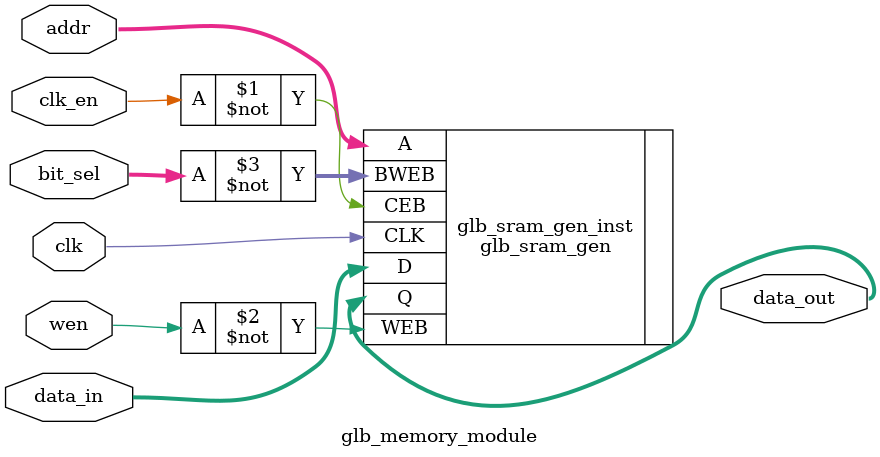
<source format=sv>
module glb_memory_module #(
    parameter DATA_WIDTH=64,
    parameter ADDR_WIDTH=14
)
(
    input logic                   clk,
    input logic                   clk_en,
    input logic                   wen,
    input logic [DATA_WIDTH-1:0]  data_in,
    input logic [DATA_WIDTH-1:0]  bit_sel,
    input logic [ADDR_WIDTH-1:0]  addr,
    output logic [DATA_WIDTH-1:0] data_out
);


glb_sram_gen #(
    .DATA_WIDTH(DATA_WIDTH),
    .ADDR_WIDTH(ADDR_WIDTH)
) glb_sram_gen_inst (
    .Q(data_out),
    .CLK(clk),
    .CEB(~clk_en), 
    .WEB(~wen), 
    .BWEB(~bit_sel), 
    .A(addr), 
    .D(data_in)
);


endmodule

</source>
